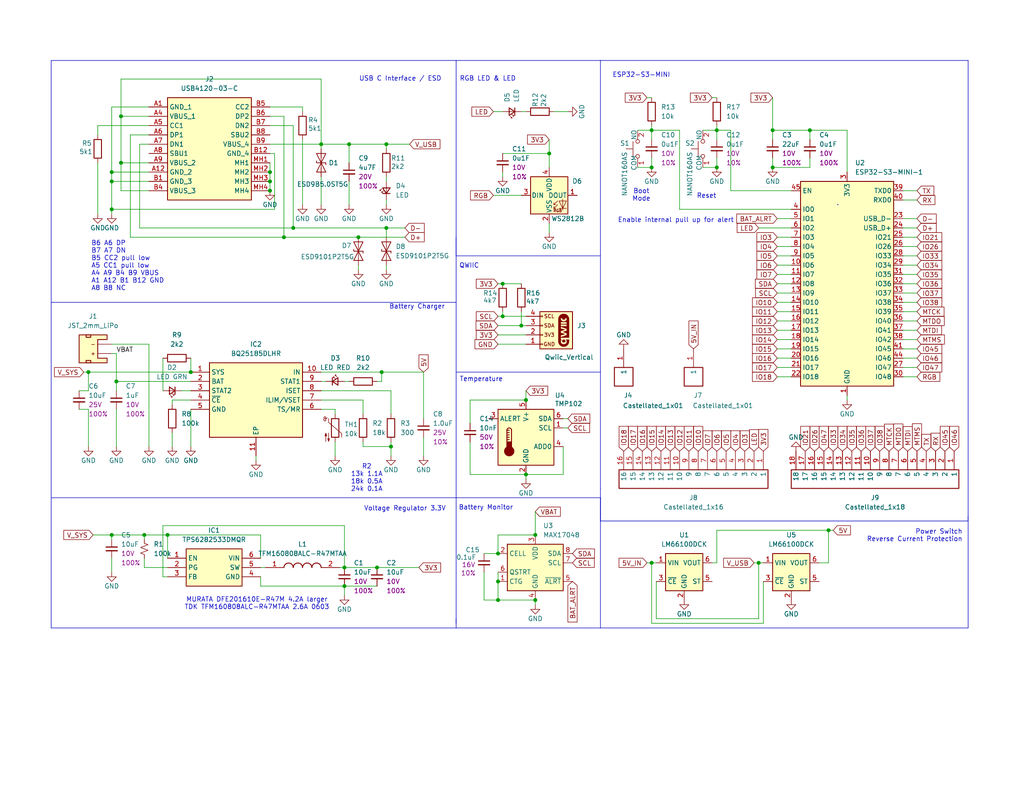
<source format=kicad_sch>
(kicad_sch (version 20250114) (generator "eeschema") (generator_version "9.0")
  (paper "USLetter")
  (title_block (title "ESP32-S3-MINI") (date "2026-02-15") (rev "1.0") (comment 1 "Urs Utzinger"))
  (circle (center 228.6 55.88) (radius 0.0001))
  (text "Voltage Regulator 3.3V" (at 110.49 138.938 0) (effects (font (size 1.27 1.27))))
  (text "Boot\nMode" (at 175.006 53.34 0) (effects (font (size 1.27 1.27))))
  (text "ESP32-S3-MINI" (at 175.006 20.574 0) (effects (font (size 1.27 1.27))))
  (text "Battery Monitor\n" (at 132.588 138.684 0) (effects (font (size 1.27 1.27))))
  (text "Power Switch\nReverse Current Protection" (at 262.636 146.304 0) (effects (font (size 1.27 1.27)) (justify right)))
  (text "MURATA DFE201610E-R47M 4.2A larger\nTDK TFM160808ALC-R47MTAA 2.6A 0603\n" (at 70.104 164.846 0) (effects (font (size 1.27 1.27))))
  (text "Temperature" (at 131.318 103.632 0) (effects (font (size 1.27 1.27))))
  (text "RGB LED & LED" (at 133.096 21.59 0) (effects (font (size 1.27 1.27))))
  (text "Reset" (at 192.786 53.594 0) (effects (font (size 1.27 1.27))))
  (text "R2\n13k 1.1A\n18k 0.5A\n24k 0.1A" (at 100.076 130.556 0) (effects (font (size 1.27 1.27))))
  (text "Battery Charger" (at 113.792 83.82 0) (effects (font (size 1.27 1.27))))
  (text "Enable internal pull up for alert" (at 184.404 60.198 0) (effects (font (size 1.27 1.27))))
  (text "B6 A6 DP\nB7 A7 DN\nB5 CC2 pull low\nA5 CC1 pull low\nA4 A9 B4 B9 VBUS\nA1 A12 B1 B12 GND\nA8 B8 NC\n" (at 24.892 72.644 0) (effects (font (size 1.27 1.27)) (justify left)))
  (text "USB C Interface / ESD" (at 109.22 21.59 0) (effects (font (size 1.27 1.27))))
  (text "QWIIC\n" (at 128.016 72.644 0) (effects (font (size 1.27 1.27))))
  (junction (at 207.01 153.67))
  (junction (at 30.48 146.05))
  (junction (at 105.41 62.23))
  (junction (at 226.06 144.78))
  (junction (at 104.14 101.6))
  (junction (at 135.89 163.83))
  (junction (at 143.51 129.54))
  (junction (at 95.25 39.37))
  (junction (at 106.68 121.92))
  (junction (at 39.37 146.05))
  (junction (at 195.58 35.56))
  (junction (at 33.02 31.75))
  (junction (at 105.41 39.37))
  (junction (at 210.82 45.72))
  (junction (at 146.05 146.05))
  (junction (at 77.47 64.77))
  (junction (at 52.07 101.6))
  (junction (at 30.48 46.99))
  (junction (at 146.05 163.83))
  (junction (at 135.89 158.75))
  (junction (at 93.98 160.02))
  (junction (at 30.48 49.53))
  (junction (at 177.8 45.72))
  (junction (at 33.02 44.45))
  (junction (at 102.87 154.94))
  (junction (at 73.66 52.07))
  (junction (at 93.98 154.94))
  (junction (at 143.51 109.22))
  (junction (at 220.98 35.56))
  (junction (at 97.79 64.77))
  (junction (at 80.01 62.23))
  (junction (at 45.72 146.05))
  (junction (at 195.58 45.72))
  (junction (at 87.63 39.37))
  (junction (at 73.66 46.99))
  (junction (at 31.75 104.14))
  (junction (at 137.16 77.47))
  (junction (at 30.48 57.15))
  (junction (at 177.8 153.67))
  (junction (at 24.13 101.6))
  (junction (at 135.89 151.13))
  (junction (at 142.24 88.9))
  (junction (at 149.86 41.91))
  (junction (at 177.8 35.56))
  (junction (at 73.66 49.53))
  (junction (at 210.82 35.56))
  (junction (at 137.16 86.36))
  (wire (pts (xy 137.16 46.99) (xy 137.16 48.26)))
  (wire (pts (xy 177.8 153.67) (xy 179.07 153.67)))
  (polyline (pts (xy 124.46 82.55) (xy 13.97 82.55)) (stroke (width 0) (type solid)))
  (wire (pts (xy 212.09 67.31) (xy 215.9 67.31)))
  (wire (pts (xy 99.06 121.92) (xy 106.68 121.92)))
  (wire (pts (xy 44.45 143.51) (xy 93.98 143.51)))
  (wire (pts (xy 185.42 35.56) (xy 185.42 57.15)))
  (wire (pts (xy 212.09 92.71) (xy 215.9 92.71)))
  (wire (pts (xy 132.08 156.21) (xy 132.08 163.83)))
  (wire (pts (xy 30.48 49.53) (xy 30.48 57.15)))
  (wire (pts (xy 231.14 107.95) (xy 231.14 109.22)))
  (wire (pts (xy 45.72 154.94) (xy 39.37 154.94)))
  (wire (pts (xy 115.57 101.6) (xy 115.57 114.3)))
  (wire (pts (xy 135.89 146.05) (xy 146.05 146.05)))
  (wire (pts (xy 176.53 153.67) (xy 177.8 153.67)))
  (wire (pts (xy 99.06 120.65) (xy 99.06 121.92)))
  (polyline (pts (xy 124.46 101.6) (xy 163.83 101.6)) (stroke (width 0) (type solid)))
  (polyline (pts (xy 264.16 16.51) (xy 264.16 142.24)) (stroke (width 0) (type solid)))
  (wire (pts (xy 77.47 31.75) (xy 77.47 64.77)))
  (wire (pts (xy 149.86 60.96) (xy 149.86 63.5)))
  (wire (pts (xy 26.67 44.45) (xy 26.67 58.42)))
  (wire (pts (xy 105.41 40.64) (xy 105.41 39.37)))
  (wire (pts (xy 153.67 121.92) (xy 153.67 129.54)))
  (wire (pts (xy 26.67 34.29) (xy 26.67 36.83)))
  (wire (pts (xy 99.06 109.22) (xy 87.63 109.22)))
  (wire (pts (xy 105.41 48.26) (xy 105.41 49.53)))
  (polyline (pts (xy 163.83 69.85) (xy 124.46 69.85)) (stroke (width 0) (type solid)))
  (wire (pts (xy 153.67 129.54) (xy 143.51 129.54)))
  (wire (pts (xy 39.37 154.94) (xy 39.37 152.4)))
  (wire (pts (xy 195.58 34.29) (xy 195.58 35.56)))
  (wire (pts (xy 246.38 92.71) (xy 250.19 92.71)))
  (wire (pts (xy 176.53 26.67) (xy 177.8 26.67)))
  (wire (pts (xy 97.79 72.39) (xy 97.79 73.66)))
  (wire (pts (xy 173.99 45.72) (xy 177.8 45.72)))
  (wire (pts (xy 26.67 34.29) (xy 40.64 34.29)))
  (wire (pts (xy 250.19 80.01) (xy 246.38 80.01)))
  (wire (pts (xy 212.09 97.79) (xy 215.9 97.79)))
  (wire (pts (xy 106.68 121.92) (xy 106.68 124.46)))
  (wire (pts (xy 88.9 104.14) (xy 87.63 104.14)))
  (wire (pts (xy 95.25 49.53) (xy 95.25 55.88)))
  (wire (pts (xy 135.89 91.44) (xy 143.51 91.44)))
  (wire (pts (xy 210.82 43.18) (xy 210.82 45.72)))
  (wire (pts (xy 149.86 41.91) (xy 149.86 45.72)))
  (wire (pts (xy 30.48 146.05) (xy 30.48 147.32)))
  (wire (pts (xy 250.19 74.93) (xy 246.38 74.93)))
  (wire (pts (xy 91.44 120.65) (xy 91.44 124.46)))
  (wire (pts (xy 30.48 49.53) (xy 40.64 49.53)))
  (wire (pts (xy 246.38 62.23) (xy 250.19 62.23)))
  (wire (pts (xy 128.27 120.65) (xy 128.27 129.54)))
  (polyline (pts (xy 163.83 16.51) (xy 163.83 133.35)) (stroke (width 0) (type solid)))
  (wire (pts (xy 250.19 72.39) (xy 246.38 72.39)))
  (wire (pts (xy 45.72 152.4) (xy 45.72 146.05)))
  (wire (pts (xy 39.37 146.05) (xy 45.72 146.05)))
  (wire (pts (xy 73.66 46.99) (xy 73.66 49.53)))
  (wire (pts (xy 33.02 31.75) (xy 40.64 31.75)))
  (wire (pts (xy 82.55 29.21) (xy 82.55 30.48)))
  (wire (pts (xy 137.16 86.36) (xy 143.51 86.36)))
  (wire (pts (xy 177.8 153.67) (xy 177.8 170.18)))
  (wire (pts (xy 105.41 54.61) (xy 105.41 55.88)))
  (wire (pts (xy 143.51 109.22) (xy 128.27 109.22)))
  (wire (pts (xy 195.58 153.67) (xy 194.31 153.67)))
  (wire (pts (xy 199.39 52.07) (xy 215.9 52.07)))
  (polyline (pts (xy 13.97 135.89) (xy 124.46 135.89)) (stroke (width 0) (type solid)))
  (wire (pts (xy 143.51 106.68) (xy 143.51 109.22)))
  (polyline (pts (xy 163.83 135.89) (xy 163.83 133.35)) (stroke (width 0) (type solid)))
  (wire (pts (xy 212.09 102.87) (xy 215.9 102.87)))
  (wire (pts (xy 35.56 64.77) (xy 77.47 64.77)))
  (wire (pts (xy 52.07 111.76) (xy 52.07 121.92)))
  (wire (pts (xy 153.67 114.3) (xy 154.94 114.3)))
  (wire (pts (xy 195.58 35.56) (xy 199.39 35.56)))
  (wire (pts (xy 30.48 46.99) (xy 40.64 46.99)))
  (wire (pts (xy 153.67 116.84) (xy 154.94 116.84)))
  (wire (pts (xy 33.02 31.75) (xy 33.02 44.45)))
  (wire (pts (xy 212.09 85.09) (xy 215.9 85.09)))
  (wire (pts (xy 205.74 153.67) (xy 207.01 153.67)))
  (wire (pts (xy 30.48 57.15) (xy 30.48 58.42)))
  (wire (pts (xy 220.98 35.56) (xy 231.14 35.56)))
  (wire (pts (xy 195.58 144.78) (xy 195.58 153.67)))
  (wire (pts (xy 24.13 111.76) (xy 24.13 121.92)))
  (wire (pts (xy 87.63 21.59) (xy 87.63 39.37)))
  (wire (pts (xy 210.82 26.67) (xy 210.82 35.56)))
  (wire (pts (xy 220.98 43.18) (xy 220.98 45.72)))
  (wire (pts (xy 212.09 69.85) (xy 215.9 69.85)))
  (wire (pts (xy 30.48 29.21) (xy 40.64 29.21)))
  (wire (pts (xy 25.4 146.05) (xy 30.48 146.05)))
  (wire (pts (xy 128.27 109.22) (xy 128.27 115.57)))
  (wire (pts (xy 208.28 170.18) (xy 177.8 170.18)))
  (wire (pts (xy 95.25 39.37) (xy 105.41 39.37)))
  (wire (pts (xy 207.01 62.23) (xy 215.9 62.23)))
  (wire (pts (xy 220.98 35.56) (xy 210.82 35.56)))
  (wire (pts (xy 231.14 35.56) (xy 231.14 46.99)))
  (wire (pts (xy 30.48 29.21) (xy 30.48 46.99)))
  (wire (pts (xy 45.72 157.48) (xy 44.45 157.48)))
  (wire (pts (xy 52.07 97.79) (xy 52.07 101.6)))
  (wire (pts (xy 24.13 111.76) (xy 21.59 111.76)))
  (wire (pts (xy 250.19 100.33) (xy 246.38 100.33)))
  (polyline (pts (xy 13.97 82.55) (xy 13.97 137.16)) (stroke (width 0) (type solid)))
  (wire (pts (xy 135.89 93.98) (xy 143.51 93.98)))
  (wire (pts (xy 69.85 124.46) (xy 69.85 125.73)))
  (wire (pts (xy 185.42 57.15) (xy 215.9 57.15)))
  (wire (pts (xy 177.8 38.1) (xy 177.8 35.56)))
  (wire (pts (xy 105.41 64.77) (xy 105.41 62.23)))
  (wire (pts (xy 92.71 154.94) (xy 93.98 154.94)))
  (wire (pts (xy 73.66 34.29) (xy 80.01 34.29)))
  (wire (pts (xy 102.87 104.14) (xy 104.14 104.14)))
  (wire (pts (xy 212.09 100.33) (xy 215.9 100.33)))
  (wire (pts (xy 250.19 64.77) (xy 246.38 64.77)))
  (wire (pts (xy 73.66 29.21) (xy 82.55 29.21)))
  (wire (pts (xy 194.31 26.67) (xy 195.58 26.67)))
  (wire (pts (xy 135.89 77.47) (xy 137.16 77.47)))
  (wire (pts (xy 93.98 104.14) (xy 95.25 104.14)))
  (wire (pts (xy 24.13 101.6) (xy 24.13 106.68)))
  (wire (pts (xy 149.86 38.1) (xy 149.86 41.91)))
  (wire (pts (xy 35.56 36.83) (xy 35.56 64.77)))
  (polyline (pts (xy 124.46 69.85) (xy 124.46 64.77)) (stroke (width 0) (type solid)))
  (wire (pts (xy 24.13 106.68) (xy 21.59 106.68)))
  (wire (pts (xy 30.48 146.05) (xy 39.37 146.05)))
  (wire (pts (xy 73.66 31.75) (xy 77.47 31.75)))
  (wire (pts (xy 87.63 48.26) (xy 87.63 55.88)))
  (wire (pts (xy 179.07 168.91) (xy 207.01 168.91)))
  (wire (pts (xy 223.52 153.67) (xy 226.06 153.67)))
  (wire (pts (xy 199.39 35.56) (xy 199.39 52.07)))
  (polyline (pts (xy 264.16 171.45) (xy 264.16 140.97)) (stroke (width 0) (type solid)))
  (wire (pts (xy 39.37 146.05) (xy 39.37 147.32)))
  (wire (pts (xy 135.89 156.21) (xy 135.89 158.75)))
  (wire (pts (xy 31.75 111.76) (xy 31.75 121.92)))
  (wire (pts (xy 102.87 154.94) (xy 114.3 154.94)))
  (wire (pts (xy 246.38 90.17) (xy 250.19 90.17)))
  (wire (pts (xy 38.1 39.37) (xy 40.64 39.37)))
  (wire (pts (xy 73.66 49.53) (xy 73.66 52.07)))
  (polyline (pts (xy 124.46 16.51) (xy 163.83 16.51)))
  (wire (pts (xy 77.47 64.77) (xy 97.79 64.77)))
  (wire (pts (xy 30.48 46.99) (xy 30.48 49.53)))
  (polyline (pts (xy 163.83 171.45) (xy 163.83 135.89)) (stroke (width 0) (type solid)))
  (wire (pts (xy 38.1 62.23) (xy 38.1 39.37)))
  (wire (pts (xy 71.12 146.05) (xy 71.12 152.4)))
  (wire (pts (xy 74.93 41.91) (xy 73.66 41.91)))
  (wire (pts (xy 250.19 97.79) (xy 246.38 97.79)))
  (polyline (pts (xy 13.97 137.16) (xy 13.97 171.45)) (stroke (width 0) (type solid)))
  (polyline (pts (xy 13.97 171.45) (xy 163.83 171.45)) (stroke (width 0) (type solid)))
  (wire (pts (xy 31.75 104.14) (xy 31.75 106.68)))
  (wire (pts (xy 191.77 35.56) (xy 195.58 35.56)))
  (wire (pts (xy 33.02 44.45) (xy 40.64 44.45)))
  (wire (pts (xy 104.14 101.6) (xy 115.57 101.6)))
  (wire (pts (xy 179.07 158.75) (xy 179.07 168.91)))
  (wire (pts (xy 80.01 34.29) (xy 80.01 62.23)))
  (wire (pts (xy 24.13 101.6) (xy 22.86 101.6)))
  (wire (pts (xy 212.09 77.47) (xy 215.9 77.47)))
  (wire (pts (xy 73.66 39.37) (xy 87.63 39.37)))
  (wire (pts (xy 212.09 90.17) (xy 215.9 90.17)))
  (wire (pts (xy 40.64 52.07) (xy 33.02 52.07)))
  (wire (pts (xy 137.16 41.91) (xy 149.86 41.91)))
  (wire (pts (xy 73.66 44.45) (xy 73.66 46.99)))
  (wire (pts (xy 226.06 144.78) (xy 227.33 144.78)))
  (wire (pts (xy 71.12 157.48) (xy 71.12 160.02)))
  (wire (pts (xy 87.63 101.6) (xy 104.14 101.6)))
  (wire (pts (xy 105.41 72.39) (xy 105.41 73.66)))
  (wire (pts (xy 40.64 93.98) (xy 30.48 93.98)))
  (wire (pts (xy 142.24 88.9) (xy 143.51 88.9)))
  (wire (pts (xy 212.09 80.01) (xy 215.9 80.01)))
  (wire (pts (xy 33.02 21.59) (xy 87.63 21.59)))
  (polyline (pts (xy 264.16 142.24) (xy 163.83 142.24)) (stroke (width 0) (type solid)))
  (wire (pts (xy 104.14 104.14) (xy 104.14 101.6)))
  (polyline (pts (xy 13.97 16.51) (xy 13.97 82.55)) (stroke (width 0) (type solid)))
  (wire (pts (xy 246.38 52.07) (xy 250.19 52.07)))
  (wire (pts (xy 106.68 120.65) (xy 106.68 121.92)))
  (wire (pts (xy 45.72 146.05) (xy 71.12 146.05)))
  (wire (pts (xy 173.99 35.56) (xy 177.8 35.56)))
  (wire (pts (xy 105.41 62.23) (xy 110.49 62.23)))
  (wire (pts (xy 246.38 87.63) (xy 250.19 87.63)))
  (wire (pts (xy 135.89 86.36) (xy 137.16 86.36)))
  (wire (pts (xy 46.99 109.22) (xy 46.99 110.49)))
  (wire (pts (xy 246.38 59.69) (xy 250.19 59.69)))
  (wire (pts (xy 137.16 77.47) (xy 142.24 77.47)))
  (wire (pts (xy 146.05 163.83) (xy 146.05 165.1)))
  (wire (pts (xy 212.09 87.63) (xy 215.9 87.63)))
  (wire (pts (xy 212.09 72.39) (xy 215.9 72.39)))
  (wire (pts (xy 246.38 54.61) (xy 250.19 54.61)))
  (wire (pts (xy 99.06 113.03) (xy 99.06 109.22)))
  (wire (pts (xy 91.44 111.76) (xy 91.44 113.03)))
  (wire (pts (xy 212.09 59.69) (xy 215.9 59.69)))
  (wire (pts (xy 177.8 43.18) (xy 177.8 45.72)))
  (wire (pts (xy 52.07 109.22) (xy 46.99 109.22)))
  (wire (pts (xy 87.63 111.76) (xy 91.44 111.76)))
  (wire (pts (xy 137.16 85.09) (xy 137.16 86.36)))
  (wire (pts (xy 71.12 154.94) (xy 72.39 154.94)))
  (polyline (pts (xy 124.46 168.91) (xy 124.46 171.45)) (stroke (width 0) (type solid)))
  (wire (pts (xy 40.64 121.92) (xy 40.64 93.98)))
  (wire (pts (xy 143.51 129.54) (xy 143.51 130.81)))
  (wire (pts (xy 74.93 57.15) (xy 30.48 57.15)))
  (wire (pts (xy 87.63 39.37) (xy 87.63 40.64)))
  (wire (pts (xy 246.38 82.55) (xy 250.19 82.55)))
  (wire (pts (xy 80.01 62.23) (xy 105.41 62.23)))
  (wire (pts (xy 226.06 144.78) (xy 226.06 153.67)))
  (wire (pts (xy 151.13 30.48) (xy 154.94 30.48)))
  (wire (pts (xy 146.05 139.7) (xy 146.05 146.05)))
  (wire (pts (xy 134.62 53.34) (xy 142.24 53.34)))
  (wire (pts (xy 105.41 39.37) (xy 111.76 39.37)))
  (polyline (pts (xy 163.83 171.45) (xy 264.16 171.45)) (stroke (width 0) (type solid)))
  (wire (pts (xy 46.99 118.11) (xy 46.99 121.92)))
  (wire (pts (xy 208.28 158.75) (xy 208.28 170.18)))
  (wire (pts (xy 33.02 31.75) (xy 33.02 21.59)))
  (wire (pts (xy 195.58 43.18) (xy 195.58 45.72)))
  (wire (pts (xy 93.98 143.51) (xy 93.98 154.94)))
  (wire (pts (xy 87.63 39.37) (xy 95.25 39.37)))
  (wire (pts (xy 142.24 85.09) (xy 142.24 88.9)))
  (wire (pts (xy 212.09 74.93) (xy 215.9 74.93)))
  (wire (pts (xy 31.75 96.52) (xy 30.48 96.52)))
  (wire (pts (xy 93.98 154.94) (xy 102.87 154.94)))
  (wire (pts (xy 93.98 160.02) (xy 93.98 162.56)))
  (wire (pts (xy 33.02 44.45) (xy 33.02 52.07)))
  (wire (pts (xy 71.12 160.02) (xy 93.98 160.02)))
  (wire (pts (xy 250.19 77.47) (xy 246.38 77.47)))
  (wire (pts (xy 207.01 153.67) (xy 208.28 153.67)))
  (wire (pts (xy 135.89 163.83) (xy 146.05 163.83)))
  (wire (pts (xy 246.38 85.09) (xy 250.19 85.09)))
  (wire (pts (xy 207.01 168.91) (xy 207.01 153.67)))
  (wire (pts (xy 49.53 106.68) (xy 52.07 106.68)))
  (wire (pts (xy 177.8 34.29) (xy 177.8 35.56)))
  (wire (pts (xy 220.98 38.1) (xy 220.98 35.56)))
  (wire (pts (xy 97.79 64.77) (xy 110.49 64.77)))
  (wire (pts (xy 93.98 160.02) (xy 102.87 160.02)))
  (wire (pts (xy 128.27 129.54) (xy 143.51 129.54)))
  (wire (pts (xy 132.08 151.13) (xy 135.89 151.13)))
  (polyline (pts (xy 13.97 16.51) (xy 124.46 16.51)) (stroke (width 0) (type solid)))
  (wire (pts (xy 212.09 95.25) (xy 215.9 95.25)))
  (wire (pts (xy 132.08 163.83) (xy 135.89 163.83)))
  (wire (pts (xy 210.82 35.56) (xy 210.82 38.1)))
  (wire (pts (xy 38.1 62.23) (xy 80.01 62.23)))
  (wire (pts (xy 191.77 45.72) (xy 195.58 45.72)))
  (wire (pts (xy 250.19 67.31) (xy 246.38 67.31)))
  (wire (pts (xy 226.06 144.78) (xy 195.58 144.78)))
  (wire (pts (xy 52.07 101.6) (xy 24.13 101.6)))
  (wire (pts (xy 44.45 157.48) (xy 44.45 143.51)))
  (polyline (pts (xy 163.83 142.24) (xy 163.83 135.89)) (stroke (width 0) (type solid)))
  (wire (pts (xy 30.48 152.4) (xy 30.48 156.21)))
  (wire (pts (xy 210.82 45.72) (xy 220.98 45.72)))
  (wire (pts (xy 134.62 30.48) (xy 137.16 30.48)))
  (wire (pts (xy 195.58 38.1) (xy 195.58 35.56)))
  (wire (pts (xy 246.38 102.87) (xy 250.19 102.87)))
  (wire (pts (xy 74.93 41.91) (xy 74.93 57.15)))
  (wire (pts (xy 44.45 97.79) (xy 44.45 106.68)))
  (wire (pts (xy 250.19 69.85) (xy 246.38 69.85)))
  (polyline (pts (xy 124.46 135.89) (xy 163.83 135.89)) (stroke (width 0) (type solid)))
  (wire (pts (xy 31.75 104.14) (xy 52.07 104.14)))
  (polyline (pts (xy 163.83 16.51) (xy 264.16 16.51)) (stroke (width 0) (type solid)))
  (wire (pts (xy 212.09 82.55) (xy 215.9 82.55)))
  (wire (pts (xy 246.38 95.25) (xy 250.19 95.25)))
  (wire (pts (xy 142.24 30.48) (xy 143.51 30.48)))
  (wire (pts (xy 95.25 39.37) (xy 95.25 44.45)))
  (wire (pts (xy 135.89 158.75) (xy 135.89 163.83)))
  (wire (pts (xy 177.8 35.56) (xy 185.42 35.56)))
  (polyline (pts (xy 124.46 170.18) (xy 124.46 16.51)) (stroke (width 0) (type solid)))
  (wire (pts (xy 135.89 88.9) (xy 142.24 88.9)))
  (wire (pts (xy 212.09 64.77) (xy 215.9 64.77)))
  (wire (pts (xy 31.75 104.14) (xy 31.75 96.52)))
  (wire (pts (xy 135.89 151.13) (xy 135.89 146.05)))
  (wire (pts (xy 106.68 106.68) (xy 106.68 113.03)))
  (wire (pts (xy 82.55 38.1) (xy 82.55 55.88)))
  (wire (pts (xy 115.57 119.38) (xy 115.57 124.46)))
  (wire (pts (xy 40.64 36.83) (xy 35.56 36.83)))
  (wire (pts (xy 106.68 106.68) (xy 87.63 106.68)))
  (label "VBAT" (at 31.75 96.52 0))
  (global_label "5V" (shape input) (at 227.33 144.78 0) (property "Intersheetrefs" "${INTERSHEET_REFS}" (effects (hide yes))))
  (global_label "IO34" (shape input) (at 229.87 123.19 90) (property "Intersheetrefs" "${INTERSHEET_REFS}" (effects (hide yes))))
  (global_label "V_SYS" (shape input) (at 25.4 146.05 180) (property "Intersheetrefs" "${INTERSHEET_REFS}" (effects (hide yes))))
  (global_label "IO35" (shape input) (at 250.19 74.93 0) (property "Intersheetrefs" "${INTERSHEET_REFS}" (effects (hide yes))))
  (global_label "IO38" (shape input) (at 240.03 123.19 90) (property "Intersheetrefs" "${INTERSHEET_REFS}" (effects (hide yes))))
  (global_label "IO36" (shape input) (at 250.19 77.47 0) (property "Intersheetrefs" "${INTERSHEET_REFS}" (effects (hide yes))))
  (global_label "IO47" (shape input) (at 250.19 100.33 0) (property "Intersheetrefs" "${INTERSHEET_REFS}" (effects (hide yes))))
  (global_label "D-" (shape input) (at 110.49 62.23 0) (property "Intersheetrefs" "${INTERSHEET_REFS}" (effects (hide yes))))
  (global_label "IO18" (shape input) (at 170.18 123.19 90) (property "Intersheetrefs" "${INTERSHEET_REFS}" (effects (hide yes))))
  (global_label "IO33" (shape input) (at 250.19 69.85 0) (property "Intersheetrefs" "${INTERSHEET_REFS}" (effects (hide yes))))
  (global_label "3V3" (shape input) (at 208.28 123.19 90) (property "Intersheetrefs" "${INTERSHEET_REFS}" (effects (hide yes))))
  (global_label "MTDI" (shape input) (at 247.65 123.19 90) (property "Intersheetrefs" "${INTERSHEET_REFS}" (effects (hide yes))))
  (global_label "5V_IN" (shape input) (at 189.23 95.25 90) (property "Intersheetrefs" "${INTERSHEET_REFS}" (effects (hide yes))))
  (global_label "3V3" (shape input) (at 149.86 38.1 180) (property "Intersheetrefs" "${INTERSHEET_REFS}" (effects (hide yes))))
  (global_label "IO7" (shape input) (at 212.09 74.93 180) (property "Intersheetrefs" "${INTERSHEET_REFS}" (effects (hide yes))))
  (global_label "SCL" (shape input) (at 135.89 86.36 180) (property "Intersheetrefs" "${INTERSHEET_REFS}" (effects (hide yes))))
  (global_label "IO13" (shape input) (at 182.88 123.19 90) (property "Intersheetrefs" "${INTERSHEET_REFS}" (effects (hide yes))))
  (global_label "IO35" (shape input) (at 232.41 123.19 90) (property "Intersheetrefs" "${INTERSHEET_REFS}" (effects (hide yes))))
  (global_label "IO26" (shape input) (at 222.25 123.19 90) (property "Intersheetrefs" "${INTERSHEET_REFS}" (effects (hide yes))))
  (global_label "MTDO" (shape input) (at 245.11 123.19 90) (property "Intersheetrefs" "${INTERSHEET_REFS}" (effects (hide yes))))
  (global_label "D-" (shape input) (at 250.19 59.69 0) (property "Intersheetrefs" "${INTERSHEET_REFS}" (effects (hide yes))))
  (global_label "IO46" (shape input) (at 250.19 97.79 0) (property "Intersheetrefs" "${INTERSHEET_REFS}" (effects (hide yes))))
  (global_label "IO46" (shape input) (at 260.35 123.19 90) (property "Intersheetrefs" "${INTERSHEET_REFS}" (effects (hide yes))))
  (global_label "MTCK" (shape input) (at 250.19 85.09 0) (property "Intersheetrefs" "${INTERSHEET_REFS}" (effects (hide yes))))
  (global_label "LED" (shape input) (at 134.62 30.48 180) (property "Intersheetrefs" "${INTERSHEET_REFS}" (effects (hide yes))))
  (global_label "IO17" (shape input) (at 172.72 123.19 90) (property "Intersheetrefs" "${INTERSHEET_REFS}" (effects (hide yes))))
  (global_label "IO45" (shape input) (at 250.19 95.25 0) (property "Intersheetrefs" "${INTERSHEET_REFS}" (effects (hide yes))))
  (global_label "V_USB" (shape input) (at 205.74 153.67 180) (property "Intersheetrefs" "${INTERSHEET_REFS}" (effects (hide yes))))
  (global_label "5V_IN" (shape input) (at 176.53 153.67 180) (property "Intersheetrefs" "${INTERSHEET_REFS}" (effects (hide yes))))
  (global_label "V_SYS" (shape input) (at 22.86 101.6 180) (property "Intersheetrefs" "${INTERSHEET_REFS}" (effects (hide yes))))
  (global_label "IO16" (shape input) (at 175.26 123.19 90) (property "Intersheetrefs" "${INTERSHEET_REFS}" (effects (hide yes))))
  (global_label "IO37" (shape input) (at 237.49 123.19 90) (property "Intersheetrefs" "${INTERSHEET_REFS}" (effects (hide yes))))
  (global_label "RGB" (shape input) (at 250.19 102.87 0) (property "Intersheetrefs" "${INTERSHEET_REFS}" (effects (hide yes))))
  (global_label "IO38" (shape input) (at 250.19 82.55 0) (property "Intersheetrefs" "${INTERSHEET_REFS}" (effects (hide yes))))
  (global_label "V_USB" (shape input) (at 111.76 39.37 0) (property "Intersheetrefs" "${INTERSHEET_REFS}" (effects (hide yes))))
  (global_label "3V3" (shape input) (at 135.89 91.44 180) (property "Intersheetrefs" "${INTERSHEET_REFS}" (effects (hide yes))))
  (global_label "IO33" (shape input) (at 227.33 123.19 90) (property "Intersheetrefs" "${INTERSHEET_REFS}" (effects (hide yes))))
  (global_label "IO12" (shape input) (at 185.42 123.19 90) (property "Intersheetrefs" "${INTERSHEET_REFS}" (effects (hide yes))))
  (global_label "SCL" (shape input) (at 156.21 153.67 0) (property "Intersheetrefs" "${INTERSHEET_REFS}" (effects (hide yes))))
  (global_label "3V3" (shape input) (at 114.3 154.94 0) (property "Intersheetrefs" "${INTERSHEET_REFS}" (effects (hide yes))))
  (global_label "BAT_ALRT" (shape input) (at 212.09 59.69 180) (property "Intersheetrefs" "${INTERSHEET_REFS}" (effects (hide yes))))
  (global_label "IO4" (shape input) (at 200.66 123.19 90) (property "Intersheetrefs" "${INTERSHEET_REFS}" (effects (hide yes))))
  (global_label "IO6" (shape input) (at 212.09 72.39 180) (property "Intersheetrefs" "${INTERSHEET_REFS}" (effects (hide yes))))
  (global_label "IO45" (shape input) (at 257.81 123.19 90) (property "Intersheetrefs" "${INTERSHEET_REFS}" (effects (hide yes))))
  (global_label "IO15" (shape input) (at 177.8 123.19 90) (property "Intersheetrefs" "${INTERSHEET_REFS}" (effects (hide yes))))
  (global_label "IO5" (shape input) (at 198.12 123.19 90) (property "Intersheetrefs" "${INTERSHEET_REFS}" (effects (hide yes))))
  (global_label "IO47" (shape input) (at 224.79 123.19 90) (property "Intersheetrefs" "${INTERSHEET_REFS}" (effects (hide yes))))
  (global_label "LED" (shape input) (at 207.01 62.23 180) (property "Intersheetrefs" "${INTERSHEET_REFS}" (effects (hide yes))))
  (global_label "RGB" (shape input) (at 134.62 53.34 180) (property "Intersheetrefs" "${INTERSHEET_REFS}" (effects (hide yes))))
  (global_label "RX" (shape input) (at 255.27 123.19 90) (property "Intersheetrefs" "${INTERSHEET_REFS}" (effects (hide yes))))
  (global_label "SCL" (shape input) (at 212.09 80.01 180) (property "Intersheetrefs" "${INTERSHEET_REFS}" (effects (hide yes))))
  (global_label "TX" (shape input) (at 252.73 123.19 90) (property "Intersheetrefs" "${INTERSHEET_REFS}" (effects (hide yes))))
  (global_label "IO11" (shape input) (at 212.09 85.09 180) (property "Intersheetrefs" "${INTERSHEET_REFS}" (effects (hide yes))))
  (global_label "IO26" (shape input) (at 250.19 67.31 0) (property "Intersheetrefs" "${INTERSHEET_REFS}" (effects (hide yes))))
  (global_label "3V3" (shape input) (at 176.53 26.67 180) (property "Intersheetrefs" "${INTERSHEET_REFS}" (effects (hide yes))))
  (global_label "3V3" (shape input) (at 194.31 26.67 180) (property "Intersheetrefs" "${INTERSHEET_REFS}" (effects (hide yes))))
  (global_label "MTDI" (shape input) (at 250.19 90.17 0) (property "Intersheetrefs" "${INTERSHEET_REFS}" (effects (hide yes))))
  (global_label "IO37" (shape input) (at 250.19 80.01 0) (property "Intersheetrefs" "${INTERSHEET_REFS}" (effects (hide yes))))
  (global_label "IO36" (shape input) (at 234.95 123.19 90) (property "Intersheetrefs" "${INTERSHEET_REFS}" (effects (hide yes))))
  (global_label "SDA" (shape input) (at 156.21 151.13 0) (property "Intersheetrefs" "${INTERSHEET_REFS}" (effects (hide yes))))
  (global_label "IO34" (shape input) (at 250.19 72.39 0) (property "Intersheetrefs" "${INTERSHEET_REFS}" (effects (hide yes))))
  (global_label "MTCK" (shape input) (at 242.57 123.19 90) (property "Intersheetrefs" "${INTERSHEET_REFS}" (effects (hide yes))))
  (global_label "IO14" (shape input) (at 180.34 123.19 90) (property "Intersheetrefs" "${INTERSHEET_REFS}" (effects (hide yes))))
  (global_label "IO16" (shape input) (at 212.09 97.79 180) (property "Intersheetrefs" "${INTERSHEET_REFS}" (effects (hide yes))))
  (global_label "IO21" (shape input) (at 219.71 123.19 90) (property "Intersheetrefs" "${INTERSHEET_REFS}" (effects (hide yes))))
  (global_label "IO21" (shape input) (at 250.19 64.77 0) (property "Intersheetrefs" "${INTERSHEET_REFS}" (effects (hide yes))))
  (global_label "TX" (shape input) (at 250.19 52.07 0) (property "Intersheetrefs" "${INTERSHEET_REFS}" (effects (hide yes))))
  (global_label "3V3" (shape input) (at 143.51 106.68 0) (property "Intersheetrefs" "${INTERSHEET_REFS}" (effects (hide yes))))
  (global_label "3V3" (shape input) (at 210.82 26.67 180) (property "Intersheetrefs" "${INTERSHEET_REFS}" (effects (hide yes))))
  (global_label "IO10" (shape input) (at 190.5 123.19 90) (property "Intersheetrefs" "${INTERSHEET_REFS}" (effects (hide yes))))
  (global_label "LED" (shape input) (at 205.74 123.19 90) (property "Intersheetrefs" "${INTERSHEET_REFS}" (effects (hide yes))))
  (global_label "MTMS" (shape input) (at 250.19 123.19 90) (property "Intersheetrefs" "${INTERSHEET_REFS}" (effects (hide yes))))
  (global_label "SDA" (shape input) (at 212.09 77.47 180) (property "Intersheetrefs" "${INTERSHEET_REFS}" (effects (hide yes))))
  (global_label "IO11" (shape input) (at 187.96 123.19 90) (property "Intersheetrefs" "${INTERSHEET_REFS}" (effects (hide yes))))
  (global_label "D+" (shape input) (at 110.49 64.77 0) (property "Intersheetrefs" "${INTERSHEET_REFS}" (effects (hide yes))))
  (global_label "IO14" (shape input) (at 212.09 92.71 180) (property "Intersheetrefs" "${INTERSHEET_REFS}" (effects (hide yes))))
  (global_label "IO3" (shape input) (at 203.2 123.19 90) (property "Intersheetrefs" "${INTERSHEET_REFS}" (effects (hide yes))))
  (global_label "IO17" (shape input) (at 212.09 100.33 180) (property "Intersheetrefs" "${INTERSHEET_REFS}" (effects (hide yes))))
  (global_label "IO12" (shape input) (at 212.09 87.63 180) (property "Intersheetrefs" "${INTERSHEET_REFS}" (effects (hide yes))))
  (global_label "IO18" (shape input) (at 212.09 102.87 180) (property "Intersheetrefs" "${INTERSHEET_REFS}" (effects (hide yes))))
  (global_label "IO4" (shape input) (at 212.09 67.31 180) (property "Intersheetrefs" "${INTERSHEET_REFS}" (effects (hide yes))))
  (global_label "IO15" (shape input) (at 212.09 95.25 180) (property "Intersheetrefs" "${INTERSHEET_REFS}" (effects (hide yes))))
  (global_label "VBAT" (shape input) (at 146.05 139.7 0) (property "Intersheetrefs" "${INTERSHEET_REFS}" (effects (hide yes))))
  (global_label "5V" (shape input) (at 115.57 101.6 90) (property "Intersheetrefs" "${INTERSHEET_REFS}" (effects (hide yes))))
  (global_label "3V3" (shape input) (at 135.89 77.47 180) (property "Intersheetrefs" "${INTERSHEET_REFS}" (effects (hide yes))))
  (global_label "BAT_ALRT" (shape input) (at 156.21 158.75 270) (property "Intersheetrefs" "${INTERSHEET_REFS}" (effects (hide yes))))
  (global_label "SCL" (shape input) (at 154.94 116.84 0) (property "Intersheetrefs" "${INTERSHEET_REFS}" (effects (hide yes))))
  (global_label "IO6" (shape input) (at 195.58 123.19 90) (property "Intersheetrefs" "${INTERSHEET_REFS}" (effects (hide yes))))
  (global_label "RX" (shape input) (at 250.19 54.61 0) (property "Intersheetrefs" "${INTERSHEET_REFS}" (effects (hide yes))))
  (global_label "IO3" (shape input) (at 212.09 64.77 180) (property "Intersheetrefs" "${INTERSHEET_REFS}" (effects (hide yes))))
  (global_label "MTDO" (shape input) (at 250.19 87.63 0) (property "Intersheetrefs" "${INTERSHEET_REFS}" (effects (hide yes))))
  (global_label "IO7" (shape input) (at 193.04 123.19 90) (property "Intersheetrefs" "${INTERSHEET_REFS}" (effects (hide yes))))
  (global_label "MTMS" (shape input) (at 250.19 92.71 0) (property "Intersheetrefs" "${INTERSHEET_REFS}" (effects (hide yes))))
  (global_label "IO5" (shape input) (at 212.09 69.85 180) (property "Intersheetrefs" "${INTERSHEET_REFS}" (effects (hide yes))))
  (global_label "IO10" (shape input) (at 212.09 82.55 180) (property "Intersheetrefs" "${INTERSHEET_REFS}" (effects (hide yes))))
  (global_label "SDA" (shape input) (at 135.89 88.9 180) (property "Intersheetrefs" "${INTERSHEET_REFS}" (effects (hide yes))))
  (global_label "D+" (shape input) (at 250.19 62.23 0) (property "Intersheetrefs" "${INTERSHEET_REFS}" (effects (hide yes))))
  (global_label "SDA" (shape input) (at 154.94 114.3 0) (property "Intersheetrefs" "${INTERSHEET_REFS}" (effects (hide yes))))
  (global_label "GND" (shape input) (at 135.89 93.98 180) (property "Intersheetrefs" "${INTERSHEET_REFS}" (effects (hide yes))))
  (global_label "IO13" (shape input) (at 212.09 90.17 180) (property "Intersheetrefs" "${INTERSHEET_REFS}" (effects (hide yes))))
  (symbol (lib_id "PCM_SparkFun-LED:LED") (at 46.99 106.68 180) (unit 1)
    (property "Reference" "D2" (at 46.9265 100.33 0))
    (property "Value" "LED GRN" (at 46.9265 102.87 0))
    (property "Footprint" "LED_SMD:LED_0402_1005Metric" (effects (hide yes)))
    (property "Description" "Light emitting diode" (effects (hide yes)))
    (property "PROD_ID" "LED-" (effects (hide yes)))
  )
  (symbol (lib_id "PCM_SparkFun-PowerSymbol:GND") (at 73.66 52.07 0) (unit 1)
    (property "Reference" "#PWR032" (effects (hide yes)))
    (property "Value" "GND" (at 73.66 55.88 0))
    (property "Description" "Power symbol creates a global label with name \"GND\" , ground" (effects (hide yes)))
  )
  (symbol (lib_id "PCM_SparkFun-PowerSymbol:GND") (at 30.48 58.42 0) (unit 1)
    (property "Reference" "#PWR017" (effects (hide yes)))
    (property "Value" "GND" (at 30.48 62.23 0))
    (property "Description" "Power symbol creates a global label with name \"GND\" , ground" (effects (hide yes)))
  )
  (symbol (lib_id "Device:R") (at 82.55 34.29 0) (unit 1)
    (property "Reference" "R4" (at 84.074 32.766 0) (effects (justify left)))
    (property "Value" "5k1" (at 84.074 35.052 0) (effects (justify left)))
    (property "Footprint" "PCM_SparkFun-Resistor:R_0402_1005Metric" (effects (hide yes)))
    (property "Description" "Resistor" (effects (hide yes)))
  )
  (symbol (lib_id "PCM_SparkFun-PowerSymbol:GND") (at 95.25 55.88 0) (unit 1)
    (property "Reference" "#PWR016" (effects (hide yes)))
    (property "Value" "GND" (at 95.25 59.69 0))
    (property "Description" "Power symbol creates a global label with name \"GND\" , ground" (effects (hide yes)))
  )
  (symbol (lib_id "Device:R") (at 99.06 116.84 0) (unit 1)
    (property "Reference" "R2" (at 101.6 115.5699 0) (effects (justify left)))
    (property "Value" "18k" (at 101.6 118.1099 0) (effects (justify left)))
    (property "Footprint" "PCM_SparkFun-Resistor:R_0402_1005Metric" (effects (hide yes)))
    (property "Description" "Resistor" (effects (hide yes)))
  )
  (symbol (lib_id "ESP32:NANOT160AS") (at 173.99 45.72 90) (unit 1)
    (property "Reference" "S1" (at 169.164 39.116 90) (effects (justify right)))
    (property "Value" "NANOT160AS" (at 170.434 41.402 0) (effects (justify right)))
    (property "Footprint" "NANOT160AS" (effects (hide yes)))
    (property "Datasheet" "https://www.ckswitches.com/media/2866/nanot.pdf" (effects (hide yes)))
    (property "Description" "Tactile Switch SPST 20mA 15VDC SMD/SMT Non-Illuminated -40C ~ 85C" (effects (hide yes)))
    (property "Height" "0.65" (effects (hide yes)))
    (property "Mouser Part Number" "611-NANOT160AS" (effects (hide yes)))
    (property "Mouser Price/Stock" "https://www.mouser.co.uk/ProductDetail/CK/NANOT160AS?qs=OlC7AqGiEDnK60t%2FC6IJyA%3D%3D" (effects (hide yes)))
    (property "Manufacturer_Name" "C & K COMPONENTS" (effects (hide yes)))
    (property "Manufacturer_Part_Number" "NANOT160AS" (effects (hide yes)))
  )
  (symbol (lib_id "PCM_SparkFun-PowerSymbol:GND") (at 186.69 163.83 0) (unit 1)
    (property "Reference" "#PWR033" (effects (hide yes)))
    (property "Value" "GND" (at 186.69 167.64 0))
    (property "Description" "Power symbol creates a global label with name \"GND\" , ground" (effects (hide yes)))
  )
  (symbol (lib_id "PCM_SparkFun-PowerSymbol:GND") (at 97.79 73.66 0) (unit 1)
    (property "Reference" "#PWR018" (effects (hide yes)))
    (property "Value" "GND" (at 97.79 77.47 0))
    (property "Description" "Power symbol creates a global label with name \"GND\" , ground" (effects (hide yes)))
  )
  (symbol (lib_id "PCM_SparkFun-Connector:Qwiic_Vertical") (at 148.59 88.9 0) (unit 1)
    (property "Reference" "J3" (at 157.48 88.8999 0) (effects (justify left)))
    (property "Value" "Qwiic_Vertical" (at 148.59 97.536 0) (effects (justify left)))
    (property "Footprint" "PCM_SparkFun-Connector:JST_1x04_P1.0mm_Vertical_SMD" (effects (hide yes)))
    (property "Datasheet" "https://www.jst-mfg.com/product/pdf/eng/eSH.pdf" (effects (hide yes)))
    (property "Description" "4 pin JST 1mm polarized connector for I2C" (effects (hide yes)))
    (property "PROD_ID" "CONN-14483" (effects (hide yes)))
  )
  (symbol (lib_id "Device:R") (at 46.99 114.3 0) (unit 1)
    (property "Reference" "R8" (at 49.53 113.0299 0) (effects (justify left)))
    (property "Value" "100k" (at 49.53 115.5699 0) (effects (justify left)))
    (property "Footprint" "PCM_SparkFun-Resistor:R_0402_1005Metric" (effects (hide yes)))
    (property "Description" "Resistor" (effects (hide yes)))
  )
  (symbol (lib_id "Device:R") (at 26.67 40.64 0) (unit 1)
    (property "Reference" "R5" (at 22.352 39.116 0) (effects (justify left)))
    (property "Value" "5k1" (at 21.59 41.402 0) (effects (justify left)))
    (property "Footprint" "PCM_SparkFun-Resistor:R_0402_1005Metric" (effects (hide yes)))
    (property "Description" "Resistor" (effects (hide yes)))
  )
  (symbol (lib_id "Device:R") (at 106.68 116.84 0) (unit 1)
    (property "Reference" "R3" (at 109.22 115.5699 0) (effects (justify left)))
    (property "Value" "300" (at 109.22 118.1099 0) (effects (justify left)))
    (property "Footprint" "PCM_SparkFun-Resistor:R_0402_1005Metric" (effects (hide yes)))
    (property "Description" "Resistor" (effects (hide yes)))
  )
  (symbol (lib_id "Power_Management:LM66100DCK") (at 215.9 156.21 0) (unit 1)
    (property "Reference" "U5" (at 215.9 146.05 0))
    (property "Value" "LM66100DCK" (at 215.9 148.59 0))
    (property "Footprint" "Package_TO_SOT_SMD:SOT-363_SC-70-6" (effects (hide yes)))
    (property "Datasheet" "https://www.ti.com/lit/ds/symlink/lm66100.pdf" (effects (hide yes)))
    (property "Description" "Ideal Diode With Input Polarity Protection 1.5 - 5.5V  Input Voltage, 1.5A Output Current, Ron 141 mOhm, SC-70-6" (effects (hide yes)))
  )
  (symbol (lib_id "PCM_SparkFun-PowerSymbol:GND") (at 143.51 130.81 0) (unit 1)
    (property "Reference" "#PWR026" (effects (hide yes)))
    (property "Value" "GND" (at 143.51 134.62 0))
    (property "Description" "Power symbol creates a global label with name \"GND\" , ground" (effects (hide yes)))
  )
  (symbol (lib_id "PCM_SparkFun-Capacitor:C") (at 21.59 109.22 0) (unit 1)
    (property "Reference" "C6" (at 24.13 105.4162 0) (effects (justify left)))
    (property "Value" "10uF" (at 24.13 107.9562 0) (effects (justify left)))
    (property "Footprint" "Capacitor_SMD:C_0402_1005Metric" (effects (hide yes)))
    (property "Datasheet" "https://cdn.sparkfun.com/assets/8/a/4/a/5/Kemet_Capacitor_Datasheet.pdf" (effects (hide yes)))
    (property "Description" "Unpolarized capacitor" (effects (hide yes)))
    (property "PROD_ID" "CAP-00000" (effects (hide yes)))
    (property "Voltage" "25V" (at 24.13 110.4962 0) (effects (justify left)))
    (property "Tolerance" "100%" (at 24.13 113.0362 0) (effects (justify left)))
  )
  (symbol (lib_id "PCM_SparkFun-Sensor:TMP102") (at 143.51 119.38 0) (unit 1)
    (property "Reference" "U4" (at 151.384 107.95 0) (effects (justify left)))
    (property "Value" "TMP102" (at 151.384 110.236 0) (effects (justify left)))
    (property "Footprint" "PCM_SparkFun-Semiconductor-Standard:SOT-563" (effects (hide yes)))
    (property "Datasheet" "https://www.ti.com/lit/ds/symlink/tmp102.pdf" (effects (hide yes)))
    (property "Description" "Digital Temperature Sensor, ±3°C, low-Power, SMBus, 12 bit, Two-Wire Serial Interface, SOT-563" (effects (hide yes)))
    (property "PROD_ID" "IC-09303" (effects (hide yes)))
  )
  (symbol (lib_id "Power_Management:LM66100DCK") (at 186.69 156.21 0) (unit 1)
    (property "Reference" "U1" (at 186.69 146.05 0))
    (property "Value" "LM66100DCK" (at 186.69 148.59 0))
    (property "Footprint" "Package_TO_SOT_SMD:SOT-363_SC-70-6" (effects (hide yes)))
    (property "Datasheet" "https://www.ti.com/lit/ds/symlink/lm66100.pdf" (effects (hide yes)))
    (property "Description" "Ideal Diode With Input Polarity Protection 1.5 - 5.5V  Input Voltage, 1.5A Output Current, Ron 141 mOhm, SC-70-6" (effects (hide yes)))
  )
  (symbol (lib_id "PCM_SparkFun-PowerSymbol:GND") (at 26.67 58.42 0) (unit 1)
    (property "Reference" "#PWR015" (effects (hide yes)))
    (property "Value" "GND" (at 26.67 62.23 0))
    (property "Description" "Power symbol creates a global label with name \"GND\" , ground" (effects (hide yes)))
  )
  (symbol (lib_id "ESP32:BQ25185DLHR") (at 52.07 101.6 0) (unit 1)
    (property "Reference" "IC2" (at 69.85 93.98 0))
    (property "Value" "BQ25185DLHR" (at 69.85 96.52 0))
    (property "Footprint" "ESP32:SON40P220X200X80-11N" (effects (hide yes)))
    (property "Datasheet" "https://www.ti.com/lit/ds/symlink/bq25185.pdf?ts=1706857561339&ref_url=https%253A%252F%252Fwww.ti.com%252Fproduct%252FBQ25185" (effects (hide yes)))
    (property "Description" "Battery Management NPI  1-CELL 1A STANDALONE LNR HRGR" (effects (hide yes)))
    (property "Height" "0.8" (effects (hide yes)))
    (property "Manufacturer_Name" "Texas Instruments" (effects (hide yes)))
    (property "Manufacturer_Part_Number" "BQ25185DLHR" (effects (hide yes)))
    (property "Mouser Part Number" "595-BQ25185DLHR" (effects (hide yes)))
    (property "Mouser Price/Stock" "https://www.mouser.co.uk/ProductDetail/Texas-Instruments/BQ25185DLHR?qs=Z%252BL2brAPG1IbO%2FV3RqsaPw%3D%3D" (effects (hide yes)))
  )
  (symbol (lib_id "PCM_SparkFun-PowerSymbol:GND") (at 105.41 73.66 0) (unit 1)
    (property "Reference" "#PWR028" (effects (hide yes)))
    (property "Value" "GND" (at 105.41 77.47 0))
    (property "Description" "Power symbol creates a global label with name \"GND\" , ground" (effects (hide yes)))
  )
  (symbol (lib_id "PCM_SparkFun-PowerSymbol:GND") (at 154.94 30.48 90) (unit 1)
    (property "Reference" "#PWR023" (effects (hide yes)))
    (property "Value" "GND" (at 158.75 30.48 0))
    (property "Description" "Power symbol creates a global label with name \"GND\" , ground" (effects (hide yes)))
  )
  (symbol (lib_id "PCM_SparkFun-Capacitor:C") (at 102.87 157.48 0) (unit 1)
    (property "Reference" "C2" (at 105.41 153.6762 0) (effects (justify left)))
    (property "Value" "10uF" (at 105.41 156.2162 0) (effects (justify left)))
    (property "Footprint" "PCM_SparkFun-Capacitor:C_0402_1005Metric" (effects (hide yes)))
    (property "Datasheet" "https://cdn.sparkfun.com/assets/8/a/4/a/5/Kemet_Capacitor_Datasheet.pdf" (effects (hide yes)))
    (property "Description" "Unpolarized capacitor" (effects (hide yes)))
    (property "PROD_ID" "CAP-00000" (effects (hide yes)))
    (property "Voltage" "10V" (at 105.41 158.7562 0) (effects (justify left)))
    (property "Tolerance" "100%" (at 105.41 161.2962 0) (effects (justify left)))
  )
  (symbol (lib_id "PCM_SparkFun-PowerSymbol:GND") (at 217.17 123.19 180) (unit 1)
    (property "Reference" "#PWR030" (effects (hide yes)))
    (property "Value" "GND" (at 217.17 119.38 0))
    (property "Description" "Power symbol creates a global label with name \"GND\" , ground" (effects (hide yes)))
  )
  (symbol (lib_id "PCM_SparkFun-LED:WS2812B_2020") (at 149.86 53.34 0) (unit 1)
    (property "Reference" "D6" (at 157.48 49.4598 0))
    (property "Value" "WS2812B" (at 154.94 59.69 0))
    (property "Footprint" "PCM_SparkFun-LED:WS2812_2020" (effects (hide yes)))
    (property "Datasheet" "https://cdn.sparkfun.com/assets/e/1/0/f/b/WS2812C-2020_V1.2_EN_19112716191654.pdf" (effects (hide yes)))
    (property "Description" "RGB LED with integrated controller" (effects (hide yes)))
    (property "PROD_ID" "DIO-15591" (effects (hide yes)))
  )
  (symbol (lib_id "PCM_SparkFun-PowerSymbol:GND") (at 210.82 45.72 0) (unit 1)
    (property "Reference" "#PWR01" (effects (hide yes)))
    (property "Value" "GND" (at 210.82 49.53 0))
    (property "Description" "Power symbol creates a global label with name \"GND\" , ground" (effects (hide yes)))
  )
  (symbol (lib_id "PCM_SparkFun-PowerSymbol:GND") (at 215.9 163.83 0) (unit 1)
    (property "Reference" "#PWR034" (effects (hide yes)))
    (property "Value" "GND" (at 215.9 167.64 0))
    (property "Description" "Power symbol creates a global label with name \"GND\" , ground" (effects (hide yes)))
  )
  (symbol (lib_id "PCM_SparkFun-PowerSymbol:GND") (at 93.98 162.56 0) (unit 1)
    (property "Reference" "#PWR04" (effects (hide yes)))
    (property "Value" "GND" (at 93.98 166.37 0))
    (property "Description" "Power symbol creates a global label with name \"GND\" , ground" (effects (hide yes)))
  )
  (symbol (lib_id "PCM_SparkFun-Capacitor:C") (at 31.75 109.22 0) (unit 1)
    (property "Reference" "C7" (at 34.29 105.4162 0) (effects (justify left)))
    (property "Value" "1uF" (at 34.29 107.9562 0) (effects (justify left)))
    (property "Footprint" "Capacitor_SMD:C_0402_1005Metric" (effects (hide yes)))
    (property "Datasheet" "https://cdn.sparkfun.com/assets/8/a/4/a/5/Kemet_Capacitor_Datasheet.pdf" (effects (hide yes)))
    (property "Description" "Unpolarized capacitor" (effects (hide yes)))
    (property "PROD_ID" "CAP-00000" (effects (hide yes)))
    (property "Voltage" "10V" (at 34.29 110.4962 0) (effects (justify left)))
    (property "Tolerance" "100%" (at 34.29 113.0362 0) (effects (justify left)))
  )
  (symbol (lib_id "PCM_SparkFun-PowerSymbol:GND") (at 69.85 125.73 0) (unit 1)
    (property "Reference" "#PWR012" (effects (hide yes)))
    (property "Value" "GND" (at 69.85 129.54 0))
    (property "Description" "Power symbol creates a global label with name \"GND\" , ground" (effects (hide yes)))
  )
  (symbol (lib_id "PCM_SparkFun-PowerSymbol:GND") (at 82.55 55.88 0) (unit 1)
    (property "Reference" "#PWR027" (effects (hide yes)))
    (property "Value" "GND" (at 82.55 59.69 0))
    (property "Description" "Power symbol creates a global label with name \"GND\" , ground" (effects (hide yes)))
  )
  (symbol (lib_id "PCM_SparkFun-Capacitor:C") (at 30.48 149.86 0) (unit 1)
    (property "Reference" "C5" (at 33.02 146.0562 0) (effects (justify left)))
    (property "Value" "10uF" (at 33.02 148.5962 0) (effects (justify left)))
    (property "Footprint" "PCM_SparkFun-Capacitor:C_0402_1005Metric" (effects (hide yes)))
    (property "Datasheet" "https://cdn.sparkfun.com/assets/8/a/4/a/5/Kemet_Capacitor_Datasheet.pdf" (effects (hide yes)))
    (property "Description" "Unpolarized capacitor" (effects (hide yes)))
    (property "PROD_ID" "CAP-00000" (effects (hide yes)))
    (property "Voltage" "10V" (at 33.02 151.1362 0) (effects (justify left)))
    (property "Tolerance" "100%" (at 33.02 153.6762 0) (effects (justify left)))
  )
  (symbol (lib_id "ESP32:TFM160808ALC-R47MTAA") (at 72.39 154.94 0) (unit 1)
    (property "Reference" "L1" (at 82.55 148.59 0))
    (property "Value" "TFM160808ALC-R47MTAA" (at 82.55 151.13 0))
    (property "Footprint" "ESP32:INDC1608X75N" (effects (hide yes)))
    (property "Datasheet" "https://product.tdk.com/system/files/dam/doc/product/inductor/inductor/smd/catalog/inductor_commercial_power_tfm160808alc_en.pdf" (effects (hide yes)))
    (property "Description" "SMD / SMT Inductors (Coils), L=0.47?H, L x W x T :" (effects (hide yes)))
    (property "Height" "0.75" (effects (hide yes)))
    (property "Manufacturer_Name" "TDK" (effects (hide yes)))
    (property "Manufacturer_Part_Number" "TFM160808ALC-R47MTAA" (effects (hide yes)))
    (property "Mouser Part Number" "810-TFM160808ALCR47A" (effects (hide yes)))
    (property "Mouser Price/Stock" "https://www.mouser.co.uk/ProductDetail/TDK/TFM160808ALC-R47MTAA?qs=3SnDZBG9J%252B6tokb499UWsQ%3D%3D" (effects (hide yes)))
    (property "Arrow Part Number" "TFM160808ALC-R47MTAA" (effects (hide yes)))
    (property "Arrow Price/Stock" "https://www.arrow.com/en/products/tfm160808alc-r47mtaa/tdk" (effects (hide yes)))
  )
  (symbol (lib_id "PCM_SparkFun-PowerSymbol:GND") (at 105.41 55.88 0) (unit 1)
    (property "Reference" "#PWR021" (effects (hide yes)))
    (property "Value" "GND" (at 105.41 59.69 0))
    (property "Description" "Power symbol creates a global label with name \"GND\" , ground" (effects (hide yes)))
  )
  (symbol (lib_id "PCM_SparkFun-Capacitor:1.0uF_0805_25V_10%") (at 177.8 40.64 0) (unit 1)
    (property "Reference" "C10" (at 180.34 36.8362 0) (effects (justify left)))
    (property "Value" "0u1F" (at 180.34 39.3762 0) (effects (justify left)))
    (property "Footprint" "Capacitor_SMD:C_0402_1005Metric" (effects (hide yes)))
    (property "Datasheet" "https://cdn.sparkfun.com/assets/8/a/4/a/5/Kemet_Capacitor_Datasheet.pdf" (effects (hide yes)))
    (property "Description" "Unpolarized capacitor" (effects (hide yes)))
    (property "PROD_ID" "CAP-08064" (effects (hide yes)))
    (property "Voltage" "10V" (at 180.34 41.9162 0) (effects (justify left)))
    (property "Tolerance" "10%" (at 180.34 44.4562 0) (effects (justify left)))
  )
  (symbol (lib_id "PCM_SparkFun-LED:LED") (at 91.44 104.14 0) (unit 1)
    (property "Reference" "D3" (at 91.5035 97.79 0))
    (property "Value" "LED RED" (at 91.5035 100.33 0))
    (property "Footprint" "LED_SMD:LED_0402_1005Metric" (effects (hide yes)))
    (property "Description" "Light emitting diode" (effects (hide yes)))
    (property "PROD_ID" "LED-" (effects (hide yes)))
  )
  (symbol (lib_id "PCM_SparkFun-PowerSymbol:GND") (at 149.86 63.5 0) (unit 1)
    (property "Reference" "#PWR024" (effects (hide yes)))
    (property "Value" "GND" (at 149.86 67.31 0))
    (property "Description" "Power symbol creates a global label with name \"GND\" , ground" (effects (hide yes)))
  )
  (symbol (lib_id "Diode:ESD9B5.0ST5G") (at 87.63 44.45 90) (unit 1)
    (property "Reference" "D1" (at 89.662 44.45 90) (effects (justify right)))
    (property "Value" "ESD9B5.0ST5G" (at 81.026 50.292 90) (effects (justify right)))
    (property "Footprint" "Diode_SMD:D_SOD-923" (effects (hide yes)))
    (property "Datasheet" "https://www.onsemi.com/pub/Collateral/ESD9B-D.PDF" (effects (hide yes)))
    (property "Description" "ESD protection diode, 5.0Vrwm, SOD-923" (effects (hide yes)))
  )
  (symbol (lib_id "Device:R") (at 177.8 30.48 0) (unit 1)
    (property "Reference" "R13" (at 180.34 29.2099 0) (effects (justify left)))
    (property "Value" "10k" (at 180.34 31.7499 0) (effects (justify left)))
    (property "Footprint" "PCM_SparkFun-Resistor:R_0402_1005Metric" (effects (hide yes)))
    (property "Description" "Resistor" (effects (hide yes)))
  )
  (symbol (lib_id "PCM_SparkFun-PowerSymbol:GND") (at 177.8 45.72 0) (unit 1)
    (property "Reference" "#PWR02" (effects (hide yes)))
    (property "Value" "GND" (at 177.8 49.53 0))
    (property "Description" "Power symbol creates a global label with name \"GND\" , ground" (effects (hide yes)))
  )
  (symbol (lib_id "RF_Module:ESP32-S3-MINI-1") (at 231.14 77.47 0) (unit 1)
    (property "Reference" "U2" (at 233.2833 44.45 0) (effects (justify left)))
    (property "Value" "ESP32-S3-MINI-1" (at 233.2833 46.99 0) (effects (justify left)))
    (property "Footprint" "RF_Module:ESP32-S2-MINI-1" (effects (hide yes)))
    (property "Datasheet" "https://www.espressif.com/sites/default/files/documentation/esp32-s3-mini-1_mini-1u_datasheet_en.pdf" (effects (hide yes)))
    (property "Description" "RF Module, ESP32-S3 SoC, Wi-Fi 802.11b/g/n, Bluetooth, BLE, 32-bit, 3.3V, SMD, onboard antenna" (effects (hide yes)))
  )
  (symbol (lib_id "Diode:ESD9B5.0ST5G") (at 97.79 68.58 90) (unit 1)
    (property "Reference" "D7" (at 93.218 67.056 90) (effects (justify right)))
    (property "Value" "ESD9101P2T5G" (at 82.042 70.104 90) (effects (justify right)))
    (property "Footprint" "Diode_SMD:D_SOD-923" (effects (hide yes)))
    (property "Datasheet" "https://www.onsemi.com/pub/Collateral/ESD9B-D.PDFhttps://www.onsemi.com/products/discrete-power-modules/esd-protection-diodes/esd9101" (effects (hide yes)))
    (property "Description" "ESD protection diode, 5.0Vrwm, SOD-923" (effects (hide yes)))
  )
  (symbol (lib_id "PCM_SparkFun-Capacitor:10nF_0402_25V_10%") (at 128.27 118.11 0) (unit 1)
    (property "Reference" "C14" (at 130.81 114.3062 0) (effects (justify left)))
    (property "Value" "10nF" (at 130.81 116.8462 0) (effects (justify left)))
    (property "Footprint" "PCM_SparkFun-Capacitor:C_0402_1005Metric" (effects (hide yes)))
    (property "Datasheet" "https://cdn.sparkfun.com/assets/8/a/4/a/5/Kemet_Capacitor_Datasheet.pdf" (effects (hide yes)))
    (property "Description" "Unpolarized capacitor" (effects (hide yes)))
    (property "PROD_ID" "CAP-24997" (effects (hide yes)))
    (property "Voltage" "50V" (at 130.81 119.3862 0) (effects (justify left)))
    (property "Tolerance" "10%" (at 130.81 121.9262 0) (effects (justify left)))
  )
  (symbol (lib_id "PCM_SparkFun-PowerSymbol:GND") (at 195.58 45.72 0) (unit 1)
    (property "Reference" "#PWR022" (effects (hide yes)))
    (property "Value" "GND" (at 195.58 49.53 0))
    (property "Description" "Power symbol creates a global label with name \"GND\" , ground" (effects (hide yes)))
  )
  (symbol (lib_id "PCM_SparkFun-PowerSymbol:GND") (at 46.99 121.92 0) (unit 1)
    (property "Reference" "#PWR014" (effects (hide yes)))
    (property "Value" "GND" (at 46.99 125.73 0))
    (property "Description" "Power symbol creates a global label with name \"GND\" , ground" (effects (hide yes)))
  )
  (symbol (lib_id "PCM_SparkFun-PowerSymbol:GND") (at 30.48 156.21 0) (unit 1)
    (property "Reference" "#PWR06" (effects (hide yes)))
    (property "Value" "GND" (at 30.48 160.02 0))
    (property "Description" "Power symbol creates a global label with name \"GND\" , ground" (effects (hide yes)))
  )
  (symbol (lib_id "PCM_SparkFun-PowerSymbol:GND") (at 87.63 55.88 0) (unit 1)
    (property "Reference" "#PWR019" (effects (hide yes)))
    (property "Value" "GND" (at 87.63 59.69 0))
    (property "Description" "Power symbol creates a global label with name \"GND\" , ground" (effects (hide yes)))
  )
  (symbol (lib_id "PCM_SparkFun-PowerSymbol:GND") (at 106.68 124.46 0) (unit 1)
    (property "Reference" "#PWR09" (effects (hide yes)))
    (property "Value" "GND" (at 106.68 128.27 0))
    (property "Description" "Power symbol creates a global label with name \"GND\" , ground" (effects (hide yes)))
  )
  (symbol (lib_id "Device:R") (at 147.32 30.48 90) (unit 1)
    (property "Reference" "R12" (at 146.05 29.21 0) (effects (justify left)))
    (property "Value" "2k2" (at 148.336 29.21 0) (effects (justify left)))
    (property "Footprint" "PCM_SparkFun-Resistor:R_0402_1005Metric" (effects (hide yes)))
    (property "Description" "Resistor" (effects (hide yes)))
  )
  (symbol (lib_id "Device:R") (at 48.26 97.79 270) (unit 1)
    (property "Reference" "R9" (at 48.26 91.44 90))
    (property "Value" "2k2" (at 48.26 93.98 90))
    (property "Footprint" "PCM_SparkFun-Resistor:R_0402_1005Metric" (effects (hide yes)))
    (property "Description" "Resistor" (effects (hide yes)))
  )
  (symbol (lib_id "Diode:ESD9B5.0ST5G") (at 105.41 68.58 90) (unit 1)
    (property "Reference" "D8" (at 107.95 67.3099 90) (effects (justify right)))
    (property "Value" "ESD9101P2T5G" (at 107.95 69.85 90) (effects (justify right)))
    (property "Footprint" "Diode_SMD:D_SOD-923" (effects (hide yes)))
    (property "Datasheet" "https://www.onsemi.com/products/discrete-power-modules/esd-protection-diodes/esd9101" (effects (hide yes)))
    (property "Description" "ESD protection diode, 5.0Vrwm, SOD-923" (effects (hide yes)))
  )
  (symbol (lib_id "PCM_SparkFun-PowerSymbol:GND") (at 146.05 165.1 0) (unit 1)
    (property "Reference" "#PWR020" (effects (hide yes)))
    (property "Value" "GND" (at 146.05 168.91 0))
    (property "Description" "Power symbol creates a global label with name \"GND\" , ground" (effects (hide yes)))
  )
  (symbol (lib_id "PCM_SparkFun-PowerSymbol:GND") (at 91.44 124.46 0) (unit 1)
    (property "Reference" "#PWR010" (effects (hide yes)))
    (property "Value" "GND" (at 91.44 128.27 0))
    (property "Description" "Power symbol creates a global label with name \"GND\" , ground" (effects (hide yes)))
  )
  (symbol (lib_id "PCM_SparkFun-PowerSymbol:GND") (at 137.16 48.26 0) (unit 1)
    (property "Reference" "#PWR025" (effects (hide yes)))
    (property "Value" "GND" (at 137.16 52.07 0))
    (property "Description" "Power symbol creates a global label with name \"GND\" , ground" (effects (hide yes)))
  )
  (symbol (lib_id "Device:R") (at 137.16 81.28 0) (unit 1)
    (property "Reference" "R14" (at 131.826 80.01 0) (effects (justify left)))
    (property "Value" "4k7" (at 131.826 82.042 0) (effects (justify left)))
    (property "Footprint" "PCM_SparkFun-Resistor:R_0402_1005Metric" (effects (hide yes)))
    (property "Description" "Resistor" (effects (hide yes)))
  )
  (symbol (lib_id "PCM_SparkFun-IC-Power:MAX17048") (at 146.05 154.94 0) (unit 1)
    (property "Reference" "U3" (at 148.1933 143.51 0) (effects (justify left)))
    (property "Value" "MAX17048" (at 148.1933 146.05 0) (effects (justify left)))
    (property "Footprint" "PCM_SparkFun-Semiconductor-Standard:DFN-8_2x2mm_P0.5mm_EP1.2x0.8mm" (effects (hide yes)))
    (property "Datasheet" "https://www.analog.com/media/en/technical-documentation/data-sheets/MAX17048-MAX17049.pdf" (effects (hide yes)))
    (property "Description" "Fuel Gauge IC for Batteries" (effects (hide yes)))
    (property "PROD_ID" "IC-12551" (effects (hide yes)))
  )
  (symbol (lib_id "PCM_SparkFun-Capacitor:1.0uF_0805_25V_10%") (at 115.57 116.84 0) (unit 1)
    (property "Reference" "C8" (at 118.11 113.0362 0) (effects (justify left)))
    (property "Value" "1.0uF" (at 118.11 115.5762 0) (effects (justify left)))
    (property "Footprint" "Capacitor_SMD:C_0402_1005Metric" (effects (hide yes)))
    (property "Datasheet" "https://cdn.sparkfun.com/assets/8/a/4/a/5/Kemet_Capacitor_Datasheet.pdf" (effects (hide yes)))
    (property "Description" "Unpolarized capacitor" (effects (hide yes)))
    (property "PROD_ID" "CAP-08064" (effects (hide yes)))
    (property "Voltage" "25V" (at 118.11 118.1162 0) (effects (justify left)))
    (property "Tolerance" "10%" (at 118.11 120.6562 0) (effects (justify left)))
  )
  (symbol (lib_id "PCM_SparkFun-PowerSymbol:GND") (at 115.57 124.46 0) (unit 1)
    (property "Reference" "#PWR08" (effects (hide yes)))
    (property "Value" "GND" (at 115.57 128.27 0))
    (property "Description" "Power symbol creates a global label with name \"GND\" , ground" (effects (hide yes)))
  )
  (symbol (lib_id "PCM_SparkFun-Capacitor:C") (at 220.98 40.64 0) (unit 1)
    (property "Reference" "C4" (at 223.52 36.8362 0) (effects (justify left)))
    (property "Value" "0u1F" (at 223.52 39.3762 0) (effects (justify left)))
    (property "Footprint" "Capacitor_SMD:C_0402_1005Metric" (effects (hide yes)))
    (property "Datasheet" "https://cdn.sparkfun.com/assets/8/a/4/a/5/Kemet_Capacitor_Datasheet.pdf" (effects (hide yes)))
    (property "Description" "Unpolarized capacitor" (effects (hide yes)))
    (property "PROD_ID" "CAP-00000" (effects (hide yes)))
    (property "Voltage" "10V" (at 223.52 41.9162 0) (effects (justify left)))
    (property "Tolerance" "100%" (at 223.52 44.4562 0) (effects (justify left)))
  )
  (symbol (lib_id "Castellated_Connectors:Castellated_1x16") (at 189.23 130.81 270) (unit 1)
    (property "Reference" "J8" (at 189.23 135.89 90))
    (property "Value" "Castellated_1x16" (at 189.23 138.43 90))
    (property "Footprint" "Castellated_Connectors:Castellated_1x16_P2.54mm_D0.80mm" (effects (hide yes)))
  )
  (symbol (lib_id "PCM_SparkFun-Capacitor:C") (at 210.82 40.64 0) (unit 1)
    (property "Reference" "C3" (at 213.36 36.8362 0) (effects (justify left)))
    (property "Value" "22uF" (at 213.36 39.3762 0) (effects (justify left)))
    (property "Footprint" "PCM_SparkFun-Capacitor:C_0402_1005Metric" (effects (hide yes)))
    (property "Datasheet" "https://cdn.sparkfun.com/assets/8/a/4/a/5/Kemet_Capacitor_Datasheet.pdf" (effects (hide yes)))
    (property "Description" "Unpolarized capacitor" (effects (hide yes)))
    (property "PROD_ID" "CAP-00000" (effects (hide yes)))
    (property "Voltage" "10V" (at 213.36 41.9162 0) (effects (justify left)))
    (property "Tolerance" "100%" (at 213.36 44.4562 0) (effects (justify left)))
  )
  (symbol (lib_id "PCM_SparkFun-Capacitor:C") (at 95.25 46.99 0) (unit 1)
    (property "Reference" "C9" (at 97.79 43.1862 0) (effects (justify left)))
    (property "Value" "4u7F" (at 97.79 45.7262 0) (effects (justify left)))
    (property "Footprint" "Capacitor_SMD:C_0402_1005Metric" (effects (hide yes)))
    (property "Datasheet" "https://cdn.sparkfun.com/assets/8/a/4/a/5/Kemet_Capacitor_Datasheet.pdf" (effects (hide yes)))
    (property "Description" "Unpolarized capacitor" (effects (hide yes)))
    (property "PROD_ID" "CAP-00000" (effects (hide yes)))
    (property "Voltage" "20V" (at 97.79 48.2662 0) (effects (justify left)))
    (property "Tolerance" "100%" (at 97.79 50.8062 0) (effects (justify left)))
  )
  (symbol (lib_id "PCM_SparkFun-Capacitor:0.1uF_0402_16V_10%") (at 132.08 153.67 0) (unit 1)
    (property "Reference" "C15" (at 127 150.114 0) (effects (justify left)))
    (property "Value" "0.1uF" (at 124.46 152.146 0) (effects (justify left)))
    (property "Footprint" "PCM_SparkFun-Capacitor:C_0402_1005Metric" (effects (hide yes)))
    (property "Datasheet" "https://cdn.sparkfun.com/assets/8/a/4/a/5/Kemet_Capacitor_Datasheet.pdf" (effects (hide yes)))
    (property "Description" "Unpolarized capacitor" (effects (hide yes)))
    (property "PROD_ID" "CAP-25565" (effects (hide yes)))
    (property "Voltage" "16V" (at 125.984 154.178 0) (effects (justify left)))
    (property "Tolerance" "10%" (at 125.73 156.464 0) (effects (justify left)))
  )
  (symbol (lib_id "PCM_SparkFun-Connector:Conn_01x02_JST_P2.0mm_Horizontal_SMD_LiPo") (at 25.4 96.52 180) (unit 1)
    (property "Reference" "J1" (at 25.4 86.36 0))
    (property "Value" "JST_2mm_LiPo" (at 25.4 88.9 0))
    (property "Footprint" "PCM_SparkFun-Connector:JST_1x02_P2.0mm_Horizontal_SMD" (effects (hide yes)))
    (property "Description" "2 Pin 2mm JST Battery Connector" (effects (hide yes)))
    (property "PROD_ID" "CONN-11443" (effects (hide yes)))
  )
  (symbol (lib_id "ESP32:TPS6282533DMQR") (at 45.72 152.4 0) (unit 1)
    (property "Reference" "IC1" (at 58.42 144.78 0))
    (property "Value" "TPS6282533DMQR" (at 58.42 147.32 0))
    (property "Footprint" "TPS6282533DMQR" (effects (hide yes)))
    (property "Datasheet" "https://www.ti.com/lit/ds/symlink/tps62825a.pdf?ts=1656597904415&ref_url=https%253A%252F%252Fwww.google.com%252F" (effects (hide yes)))
    (property "Description" "Switching Voltage Regulators 2.4-V to 5.5-V input, 2-A step-down converter with 1% accuracy in 1.5-mm x 1.5-mm QFN" (effects (hide yes)))
    (property "Height" "1" (effects (hide yes)))
    (property "Manufacturer_Name" "Texas Instruments" (effects (hide yes)))
    (property "Manufacturer_Part_Number" "TPS6282533DMQR" (effects (hide yes)))
    (property "Mouser Part Number" "595-TPS6282533DMQR" (effects (hide yes)))
    (property "Mouser Price/Stock" "https://www.mouser.co.uk/ProductDetail/Texas-Instruments/TPS6282533DMQR?qs=e8oIoAS2J1TctVdod4W0lA%3D%3D" (effects (hide yes)))
    (property "Arrow Part Number" "TPS6282533DMQR" (effects (hide yes)))
    (property "Arrow Price/Stock" "https://www.arrow.com/en/products/tps6282533dmqr/texas-instruments?utm_currency=USD&region=nac" (effects (hide yes)))
  )
  (symbol (lib_id "PCM_SparkFun-Capacitor:C") (at 93.98 157.48 0) (unit 1)
    (property "Reference" "C1" (at 96.52 153.6762 0) (effects (justify left)))
    (property "Value" "10uF" (at 96.52 156.2162 0) (effects (justify left)))
    (property "Footprint" "PCM_SparkFun-Capacitor:C_0402_1005Metric" (effects (hide yes)))
    (property "Datasheet" "https://cdn.sparkfun.com/assets/8/a/4/a/5/Kemet_Capacitor_Datasheet.pdf" (effects (hide yes)))
    (property "Description" "Unpolarized capacitor" (effects (hide yes)))
    (property "PROD_ID" "CAP-00000" (effects (hide yes)))
    (property "Voltage" "10V" (at 96.52 158.7562 0) (effects (justify left)))
    (property "Tolerance" "100%" (at 96.52 161.2962 0) (effects (justify left)))
  )
  (symbol (lib_id "PCM_SparkFun-Capacitor:1.0uF_0805_25V_10%") (at 137.16 44.45 0) (unit 1)
    (property "Reference" "C11" (at 139.7 40.6462 0) (effects (justify left)))
    (property "Value" "0u1F" (at 139.7 43.1862 0) (effects (justify left)))
    (property "Footprint" "Capacitor_SMD:C_0402_1005Metric" (effects (hide yes)))
    (property "Datasheet" "https://cdn.sparkfun.com/assets/8/a/4/a/5/Kemet_Capacitor_Datasheet.pdf" (effects (hide yes)))
    (property "Description" "Unpolarized capacitor" (effects (hide yes)))
    (property "PROD_ID" "CAP-08064" (effects (hide yes)))
    (property "Voltage" "10V" (at 139.7 45.7262 0) (effects (justify left)))
    (property "Tolerance" "10%" (at 139.7 48.2662 0) (effects (justify left)))
  )
  (symbol (lib_id "PCM_SparkFun-PowerSymbol:GND") (at 31.75 121.92 0) (unit 1)
    (property "Reference" "#PWR05" (effects (hide yes)))
    (property "Value" "GND" (at 31.75 125.73 0))
    (property "Description" "Power symbol creates a global label with name \"GND\" , ground" (effects (hide yes)))
  )
  (symbol (lib_id "Device:Thermistor_NTC") (at 91.44 116.84 0) (unit 1)
    (property "Reference" "TH1" (at 93.98 115.8874 0) (effects (justify left)))
    (property "Value" "10k" (at 93.98 118.4274 0) (effects (justify left)))
    (property "Footprint" "PCM_SparkFun-Resistor:R_0402_1005Metric" (effects (hide yes)))
    (property "Description" "Temperature dependent resistor, negative temperature coefficient" (effects (hide yes)))
  )
  (symbol (lib_id "Device:R") (at 99.06 104.14 90) (unit 1)
    (property "Reference" "R10" (at 99.06 97.79 90))
    (property "Value" "2k2" (at 99.06 100.33 90))
    (property "Footprint" "PCM_SparkFun-Resistor:R_0402_1005Metric" (effects (hide yes)))
    (property "Description" "Resistor" (effects (hide yes)))
  )
  (symbol (lib_id "ESP32:USB4120-03-C") (at 40.64 29.21 0) (unit 1)
    (property "Reference" "J2" (at 57.15 21.59 0))
    (property "Value" "USB4120-03-C" (at 57.15 24.13 0))
    (property "Footprint" "ESP32:USB412003C" (effects (hide yes)))
    (property "Datasheet" "https://gct.co/connector/usb4120" (effects (hide yes)))
    (property "Description" "USB Connectors USB C Rec 3u\" vert 16P SMT & TH stakes pegs T+R+C H = 9.25" (effects (hide yes)))
    (property "Height" "6.75" (effects (hide yes)))
    (property "Manufacturer_Name" "GCT (GLOBAL CONNECTOR TECHNOLOGY)" (effects (hide yes)))
    (property "Manufacturer_Part_Number" "USB4120-03-C" (effects (hide yes)))
    (property "Mouser Part Number" "640-USB4120-03-C" (effects (hide yes)))
    (property "Mouser Price/Stock" "https://www.mouser.co.uk/ProductDetail/GCT/USB4120-03-C?qs=KUoIvG%2F9IlZaAd13sVDhkQ%3D%3D" (effects (hide yes)))
  )
  (symbol (lib_id "PCM_SparkFun-PowerSymbol:GND") (at 40.64 121.92 0) (unit 1)
    (property "Reference" "#PWR013" (effects (hide yes)))
    (property "Value" "GND" (at 40.64 125.73 0))
    (property "Description" "Power symbol creates a global label with name \"GND\" , ground" (effects (hide yes)))
  )
  (symbol (lib_id "Castellated_Connectors:Castellated_1x01") (at 189.23 102.87 270) (unit 1)
    (property "Reference" "J7" (at 189.23 107.95 90) (effects (justify left)))
    (property "Value" "Castellated_1x01" (at 188.976 110.744 90) (effects (justify left)))
    (property "Footprint" "ESP32:Castellated_1x01_P2.54mm_D0.80mm" (effects (hide yes)))
  )
  (symbol (lib_id "PCM_SparkFun-PowerSymbol:GND") (at 24.13 121.92 0) (unit 1)
    (property "Reference" "#PWR07" (effects (hide yes)))
    (property "Value" "GND" (at 24.13 125.73 0))
    (property "Description" "Power symbol creates a global label with name \"GND\" , ground" (effects (hide yes)))
  )
  (symbol (lib_id "Castellated_Connectors:Castellated_1x18") (at 238.76 130.81 270) (unit 1)
    (property "Reference" "J9" (at 238.76 135.89 90))
    (property "Value" "Castellated_1x18" (at 238.76 138.43 90))
    (property "Footprint" "Castellated_Connectors:Castellated_1x18_P2.54mm_D0.80mm" (effects (hide yes)))
  )
  (symbol (lib_id "PCM_SparkFun-LED:LED") (at 139.7 30.48 180) (unit 1)
    (property "Reference" "D5" (at 138.3664 27.94 90) (effects (justify right)))
    (property "Value" "LED" (at 140.9064 27.94 90) (effects (justify right)))
    (property "Footprint" "LED_SMD:LED_0402_1005Metric" (effects (hide yes)))
    (property "Description" "Light emitting diode" (effects (hide yes)))
    (property "PROD_ID" "LED-" (effects (hide yes)))
  )
  (symbol (lib_id "Device:R") (at 195.58 30.48 0) (unit 1)
    (property "Reference" "R17" (at 198.12 29.2099 0) (effects (justify left)))
    (property "Value" "10k" (at 198.12 31.7499 0) (effects (justify left)))
    (property "Footprint" "PCM_SparkFun-Resistor:R_0402_1005Metric" (effects (hide yes)))
    (property "Description" "Resistor" (effects (hide yes)))
  )
  (symbol (lib_id "PCM_SparkFun-LED:LED") (at 105.41 52.07 90) (unit 1)
    (property "Reference" "D4" (at 107.95 50.7364 90) (effects (justify right)))
    (property "Value" "LED" (at 107.95 53.2764 90) (effects (justify right)))
    (property "Footprint" "LED_SMD:LED_0402_1005Metric" (effects (hide yes)))
    (property "Description" "Light emitting diode" (effects (hide yes)))
    (property "PROD_ID" "LED-" (effects (hide yes)))
  )
  (symbol (lib_id "PCM_SparkFun-PowerSymbol:GND") (at 52.07 121.92 0) (unit 1)
    (property "Reference" "#PWR011" (effects (hide yes)))
    (property "Value" "GND" (at 52.07 125.73 0))
    (property "Description" "Power symbol creates a global label with name \"GND\" , ground" (effects (hide yes)))
  )
  (symbol (lib_id "PCM_SparkFun-PowerSymbol:GND") (at 231.14 109.22 0) (unit 1)
    (property "Reference" "#PWR03" (effects (hide yes)))
    (property "Value" "GND" (at 231.14 113.03 0))
    (property "Description" "Power symbol creates a global label with name \"GND\" , ground" (effects (hide yes)))
  )
  (symbol (lib_id "PCM_SparkFun-Capacitor:1.0uF_0805_25V_10%") (at 195.58 40.64 0) (unit 1)
    (property "Reference" "C12" (at 198.12 36.8362 0) (effects (justify left)))
    (property "Value" "0u1F" (at 198.12 39.3762 0) (effects (justify left)))
    (property "Footprint" "Capacitor_SMD:C_0402_1005Metric" (effects (hide yes)))
    (property "Datasheet" "https://cdn.sparkfun.com/assets/8/a/4/a/5/Kemet_Capacitor_Datasheet.pdf" (effects (hide yes)))
    (property "Description" "Unpolarized capacitor" (effects (hide yes)))
    (property "PROD_ID" "CAP-08064" (effects (hide yes)))
    (property "Voltage" "10V" (at 198.12 41.9162 0) (effects (justify left)))
    (property "Tolerance" "10%" (at 198.12 44.4562 0) (effects (justify left)))
  )
  (symbol (lib_id "Device:R") (at 142.24 81.28 0) (unit 1)
    (property "Reference" "R16" (at 143.51 80.01 0) (effects (justify left)))
    (property "Value" "4k7" (at 143.51 82.296 0) (effects (justify left)))
    (property "Footprint" "PCM_SparkFun-Resistor:R_0402_1005Metric" (effects (hide yes)))
    (property "Description" "Resistor" (effects (hide yes)))
  )
  (symbol (lib_id "PCM_SparkFun-Resistor:100k_0402") (at 39.37 149.86 90) (unit 1)
    (property "Reference" "R1" (at 41.91 148.5899 90) (effects (justify right)))
    (property "Value" "100k" (at 41.91 151.1299 90) (effects (justify right)))
    (property "Footprint" "PCM_SparkFun-Resistor:R_0402_1005Metric" (effects (hide yes)))
    (property "Datasheet" "https://www.vishay.com/docs/20035/dcrcwe3.pdf" (effects (hide yes)))
    (property "Description" "Resistor" (effects (hide yes)))
    (property "PROD_ID" "RES-25013" (effects (hide yes)))
  )
  (symbol (lib_id "PCM_SparkFun-PowerSymbol:GND") (at 170.18 95.25 180) (unit 1)
    (property "Reference" "#PWR029" (effects (hide yes)))
    (property "Value" "GND" (at 170.18 91.44 0))
    (property "Description" "Power symbol creates a global label with name \"GND\" , ground" (effects (hide yes)))
  )
  (symbol (lib_id "Device:R") (at 105.41 44.45 0) (unit 1)
    (property "Reference" "R11" (at 106.68 43.18 0) (effects (justify left)))
    (property "Value" "2k2" (at 106.68 45.466 0) (effects (justify left)))
    (property "Footprint" "PCM_SparkFun-Resistor:R_0402_1005Metric" (effects (hide yes)))
    (property "Description" "Resistor" (effects (hide yes)))
  )
  (symbol (lib_id "ESP32:NANOT160AS") (at 191.77 45.72 90) (unit 1)
    (property "Reference" "S2" (at 186.944 39.116 90) (effects (justify right)))
    (property "Value" "NANOT160AS" (at 188.214 41.402 0) (effects (justify right)))
    (property "Footprint" "NANOT160AS" (effects (hide yes)))
    (property "Datasheet" "https://www.ckswitches.com/media/2866/nanot.pdf" (effects (hide yes)))
    (property "Description" "Tactile Switch SPST 20mA 15VDC SMD/SMT Non-Illuminated -40C ~ 85C" (effects (hide yes)))
    (property "Height" "0.65" (effects (hide yes)))
    (property "Mouser Part Number" "611-NANOT160AS" (effects (hide yes)))
    (property "Mouser Price/Stock" "https://www.mouser.co.uk/ProductDetail/CK/NANOT160AS?qs=OlC7AqGiEDnK60t%2FC6IJyA%3D%3D" (effects (hide yes)))
    (property "Manufacturer_Name" "C & K COMPONENTS" (effects (hide yes)))
    (property "Manufacturer_Part_Number" "NANOT160AS" (effects (hide yes)))
  )
  (symbol (lib_id "Castellated_Connectors:Castellated_1x01") (at 170.18 102.87 270) (unit 1)
    (property "Reference" "J4" (at 170.18 107.95 90) (effects (justify left)))
    (property "Value" "Castellated_1x01" (at 169.926 110.744 90) (effects (justify left)))
    (property "Footprint" "ESP32:Castellated_1x01_P2.54mm_D0.80mm" (effects (hide yes)))
  )
)
</source>
